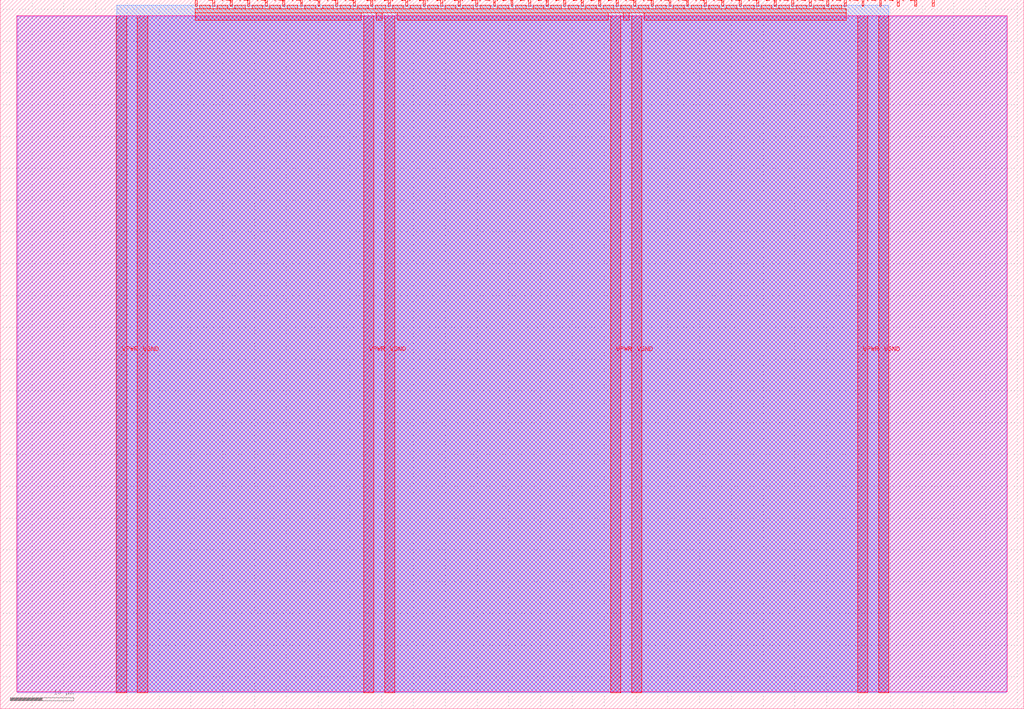
<source format=lef>
VERSION 5.7 ;
  NOWIREEXTENSIONATPIN ON ;
  DIVIDERCHAR "/" ;
  BUSBITCHARS "[]" ;
MACRO tt_um_wokwi_414120202583995393
  CLASS BLOCK ;
  FOREIGN tt_um_wokwi_414120202583995393 ;
  ORIGIN 0.000 0.000 ;
  SIZE 161.000 BY 111.520 ;
  PIN VGND
    DIRECTION INOUT ;
    USE GROUND ;
    PORT
      LAYER met4 ;
        RECT 21.580 2.480 23.180 109.040 ;
    END
    PORT
      LAYER met4 ;
        RECT 60.450 2.480 62.050 109.040 ;
    END
    PORT
      LAYER met4 ;
        RECT 99.320 2.480 100.920 109.040 ;
    END
    PORT
      LAYER met4 ;
        RECT 138.190 2.480 139.790 109.040 ;
    END
  END VGND
  PIN VPWR
    DIRECTION INOUT ;
    USE POWER ;
    PORT
      LAYER met4 ;
        RECT 18.280 2.480 19.880 109.040 ;
    END
    PORT
      LAYER met4 ;
        RECT 57.150 2.480 58.750 109.040 ;
    END
    PORT
      LAYER met4 ;
        RECT 96.020 2.480 97.620 109.040 ;
    END
    PORT
      LAYER met4 ;
        RECT 134.890 2.480 136.490 109.040 ;
    END
  END VPWR
  PIN clk
    DIRECTION INPUT ;
    USE SIGNAL ;
    PORT
      LAYER met4 ;
        RECT 143.830 110.520 144.130 111.520 ;
    END
  END clk
  PIN ena
    DIRECTION INPUT ;
    USE SIGNAL ;
    PORT
      LAYER met4 ;
        RECT 146.590 110.520 146.890 111.520 ;
    END
  END ena
  PIN rst_n
    DIRECTION INPUT ;
    USE SIGNAL ;
    PORT
      LAYER met4 ;
        RECT 141.070 110.520 141.370 111.520 ;
    END
  END rst_n
  PIN ui_in[0]
    DIRECTION INPUT ;
    USE SIGNAL ;
    PORT
      LAYER met4 ;
        RECT 138.310 110.520 138.610 111.520 ;
    END
  END ui_in[0]
  PIN ui_in[1]
    DIRECTION INPUT ;
    USE SIGNAL ;
    PORT
      LAYER met4 ;
        RECT 135.550 110.520 135.850 111.520 ;
    END
  END ui_in[1]
  PIN ui_in[2]
    DIRECTION INPUT ;
    USE SIGNAL ;
    ANTENNAGATEAREA 0.196500 ;
    PORT
      LAYER met4 ;
        RECT 132.790 110.520 133.090 111.520 ;
    END
  END ui_in[2]
  PIN ui_in[3]
    DIRECTION INPUT ;
    USE SIGNAL ;
    ANTENNAGATEAREA 0.196500 ;
    PORT
      LAYER met4 ;
        RECT 130.030 110.520 130.330 111.520 ;
    END
  END ui_in[3]
  PIN ui_in[4]
    DIRECTION INPUT ;
    USE SIGNAL ;
    PORT
      LAYER met4 ;
        RECT 127.270 110.520 127.570 111.520 ;
    END
  END ui_in[4]
  PIN ui_in[5]
    DIRECTION INPUT ;
    USE SIGNAL ;
    PORT
      LAYER met4 ;
        RECT 124.510 110.520 124.810 111.520 ;
    END
  END ui_in[5]
  PIN ui_in[6]
    DIRECTION INPUT ;
    USE SIGNAL ;
    PORT
      LAYER met4 ;
        RECT 121.750 110.520 122.050 111.520 ;
    END
  END ui_in[6]
  PIN ui_in[7]
    DIRECTION INPUT ;
    USE SIGNAL ;
    PORT
      LAYER met4 ;
        RECT 118.990 110.520 119.290 111.520 ;
    END
  END ui_in[7]
  PIN uio_in[0]
    DIRECTION INPUT ;
    USE SIGNAL ;
    PORT
      LAYER met4 ;
        RECT 116.230 110.520 116.530 111.520 ;
    END
  END uio_in[0]
  PIN uio_in[1]
    DIRECTION INPUT ;
    USE SIGNAL ;
    PORT
      LAYER met4 ;
        RECT 113.470 110.520 113.770 111.520 ;
    END
  END uio_in[1]
  PIN uio_in[2]
    DIRECTION INPUT ;
    USE SIGNAL ;
    PORT
      LAYER met4 ;
        RECT 110.710 110.520 111.010 111.520 ;
    END
  END uio_in[2]
  PIN uio_in[3]
    DIRECTION INPUT ;
    USE SIGNAL ;
    PORT
      LAYER met4 ;
        RECT 107.950 110.520 108.250 111.520 ;
    END
  END uio_in[3]
  PIN uio_in[4]
    DIRECTION INPUT ;
    USE SIGNAL ;
    PORT
      LAYER met4 ;
        RECT 105.190 110.520 105.490 111.520 ;
    END
  END uio_in[4]
  PIN uio_in[5]
    DIRECTION INPUT ;
    USE SIGNAL ;
    PORT
      LAYER met4 ;
        RECT 102.430 110.520 102.730 111.520 ;
    END
  END uio_in[5]
  PIN uio_in[6]
    DIRECTION INPUT ;
    USE SIGNAL ;
    PORT
      LAYER met4 ;
        RECT 99.670 110.520 99.970 111.520 ;
    END
  END uio_in[6]
  PIN uio_in[7]
    DIRECTION INPUT ;
    USE SIGNAL ;
    PORT
      LAYER met4 ;
        RECT 96.910 110.520 97.210 111.520 ;
    END
  END uio_in[7]
  PIN uio_oe[0]
    DIRECTION OUTPUT ;
    USE SIGNAL ;
    PORT
      LAYER met4 ;
        RECT 49.990 110.520 50.290 111.520 ;
    END
  END uio_oe[0]
  PIN uio_oe[1]
    DIRECTION OUTPUT ;
    USE SIGNAL ;
    PORT
      LAYER met4 ;
        RECT 47.230 110.520 47.530 111.520 ;
    END
  END uio_oe[1]
  PIN uio_oe[2]
    DIRECTION OUTPUT ;
    USE SIGNAL ;
    PORT
      LAYER met4 ;
        RECT 44.470 110.520 44.770 111.520 ;
    END
  END uio_oe[2]
  PIN uio_oe[3]
    DIRECTION OUTPUT ;
    USE SIGNAL ;
    PORT
      LAYER met4 ;
        RECT 41.710 110.520 42.010 111.520 ;
    END
  END uio_oe[3]
  PIN uio_oe[4]
    DIRECTION OUTPUT ;
    USE SIGNAL ;
    PORT
      LAYER met4 ;
        RECT 38.950 110.520 39.250 111.520 ;
    END
  END uio_oe[4]
  PIN uio_oe[5]
    DIRECTION OUTPUT ;
    USE SIGNAL ;
    PORT
      LAYER met4 ;
        RECT 36.190 110.520 36.490 111.520 ;
    END
  END uio_oe[5]
  PIN uio_oe[6]
    DIRECTION OUTPUT ;
    USE SIGNAL ;
    PORT
      LAYER met4 ;
        RECT 33.430 110.520 33.730 111.520 ;
    END
  END uio_oe[6]
  PIN uio_oe[7]
    DIRECTION OUTPUT ;
    USE SIGNAL ;
    PORT
      LAYER met4 ;
        RECT 30.670 110.520 30.970 111.520 ;
    END
  END uio_oe[7]
  PIN uio_out[0]
    DIRECTION OUTPUT ;
    USE SIGNAL ;
    PORT
      LAYER met4 ;
        RECT 72.070 110.520 72.370 111.520 ;
    END
  END uio_out[0]
  PIN uio_out[1]
    DIRECTION OUTPUT ;
    USE SIGNAL ;
    PORT
      LAYER met4 ;
        RECT 69.310 110.520 69.610 111.520 ;
    END
  END uio_out[1]
  PIN uio_out[2]
    DIRECTION OUTPUT ;
    USE SIGNAL ;
    PORT
      LAYER met4 ;
        RECT 66.550 110.520 66.850 111.520 ;
    END
  END uio_out[2]
  PIN uio_out[3]
    DIRECTION OUTPUT ;
    USE SIGNAL ;
    PORT
      LAYER met4 ;
        RECT 63.790 110.520 64.090 111.520 ;
    END
  END uio_out[3]
  PIN uio_out[4]
    DIRECTION OUTPUT ;
    USE SIGNAL ;
    PORT
      LAYER met4 ;
        RECT 61.030 110.520 61.330 111.520 ;
    END
  END uio_out[4]
  PIN uio_out[5]
    DIRECTION OUTPUT ;
    USE SIGNAL ;
    PORT
      LAYER met4 ;
        RECT 58.270 110.520 58.570 111.520 ;
    END
  END uio_out[5]
  PIN uio_out[6]
    DIRECTION OUTPUT ;
    USE SIGNAL ;
    PORT
      LAYER met4 ;
        RECT 55.510 110.520 55.810 111.520 ;
    END
  END uio_out[6]
  PIN uio_out[7]
    DIRECTION OUTPUT ;
    USE SIGNAL ;
    PORT
      LAYER met4 ;
        RECT 52.750 110.520 53.050 111.520 ;
    END
  END uio_out[7]
  PIN uo_out[0]
    DIRECTION OUTPUT ;
    USE SIGNAL ;
    ANTENNADIFFAREA 0.445500 ;
    PORT
      LAYER met4 ;
        RECT 94.150 110.520 94.450 111.520 ;
    END
  END uo_out[0]
  PIN uo_out[1]
    DIRECTION OUTPUT ;
    USE SIGNAL ;
    ANTENNADIFFAREA 0.445500 ;
    PORT
      LAYER met4 ;
        RECT 91.390 110.520 91.690 111.520 ;
    END
  END uo_out[1]
  PIN uo_out[2]
    DIRECTION OUTPUT ;
    USE SIGNAL ;
    ANTENNADIFFAREA 0.445500 ;
    PORT
      LAYER met4 ;
        RECT 88.630 110.520 88.930 111.520 ;
    END
  END uo_out[2]
  PIN uo_out[3]
    DIRECTION OUTPUT ;
    USE SIGNAL ;
    PORT
      LAYER met4 ;
        RECT 85.870 110.520 86.170 111.520 ;
    END
  END uo_out[3]
  PIN uo_out[4]
    DIRECTION OUTPUT ;
    USE SIGNAL ;
    PORT
      LAYER met4 ;
        RECT 83.110 110.520 83.410 111.520 ;
    END
  END uo_out[4]
  PIN uo_out[5]
    DIRECTION OUTPUT ;
    USE SIGNAL ;
    PORT
      LAYER met4 ;
        RECT 80.350 110.520 80.650 111.520 ;
    END
  END uo_out[5]
  PIN uo_out[6]
    DIRECTION OUTPUT ;
    USE SIGNAL ;
    PORT
      LAYER met4 ;
        RECT 77.590 110.520 77.890 111.520 ;
    END
  END uo_out[6]
  PIN uo_out[7]
    DIRECTION OUTPUT ;
    USE SIGNAL ;
    PORT
      LAYER met4 ;
        RECT 74.830 110.520 75.130 111.520 ;
    END
  END uo_out[7]
  OBS
      LAYER nwell ;
        RECT 2.570 2.635 158.430 108.990 ;
      LAYER li1 ;
        RECT 2.760 2.635 158.240 108.885 ;
      LAYER met1 ;
        RECT 2.760 2.480 158.240 109.040 ;
      LAYER met2 ;
        RECT 18.310 2.535 139.760 110.685 ;
      LAYER met3 ;
        RECT 18.290 2.555 139.780 110.665 ;
      LAYER met4 ;
        RECT 31.370 110.120 33.030 110.665 ;
        RECT 34.130 110.120 35.790 110.665 ;
        RECT 36.890 110.120 38.550 110.665 ;
        RECT 39.650 110.120 41.310 110.665 ;
        RECT 42.410 110.120 44.070 110.665 ;
        RECT 45.170 110.120 46.830 110.665 ;
        RECT 47.930 110.120 49.590 110.665 ;
        RECT 50.690 110.120 52.350 110.665 ;
        RECT 53.450 110.120 55.110 110.665 ;
        RECT 56.210 110.120 57.870 110.665 ;
        RECT 58.970 110.120 60.630 110.665 ;
        RECT 61.730 110.120 63.390 110.665 ;
        RECT 64.490 110.120 66.150 110.665 ;
        RECT 67.250 110.120 68.910 110.665 ;
        RECT 70.010 110.120 71.670 110.665 ;
        RECT 72.770 110.120 74.430 110.665 ;
        RECT 75.530 110.120 77.190 110.665 ;
        RECT 78.290 110.120 79.950 110.665 ;
        RECT 81.050 110.120 82.710 110.665 ;
        RECT 83.810 110.120 85.470 110.665 ;
        RECT 86.570 110.120 88.230 110.665 ;
        RECT 89.330 110.120 90.990 110.665 ;
        RECT 92.090 110.120 93.750 110.665 ;
        RECT 94.850 110.120 96.510 110.665 ;
        RECT 97.610 110.120 99.270 110.665 ;
        RECT 100.370 110.120 102.030 110.665 ;
        RECT 103.130 110.120 104.790 110.665 ;
        RECT 105.890 110.120 107.550 110.665 ;
        RECT 108.650 110.120 110.310 110.665 ;
        RECT 111.410 110.120 113.070 110.665 ;
        RECT 114.170 110.120 115.830 110.665 ;
        RECT 116.930 110.120 118.590 110.665 ;
        RECT 119.690 110.120 121.350 110.665 ;
        RECT 122.450 110.120 124.110 110.665 ;
        RECT 125.210 110.120 126.870 110.665 ;
        RECT 127.970 110.120 129.630 110.665 ;
        RECT 130.730 110.120 132.390 110.665 ;
        RECT 30.655 109.440 133.105 110.120 ;
        RECT 30.655 108.295 56.750 109.440 ;
        RECT 59.150 108.295 60.050 109.440 ;
        RECT 62.450 108.295 95.620 109.440 ;
        RECT 98.020 108.295 98.920 109.440 ;
        RECT 101.320 108.295 133.105 109.440 ;
  END
END tt_um_wokwi_414120202583995393
END LIBRARY


</source>
